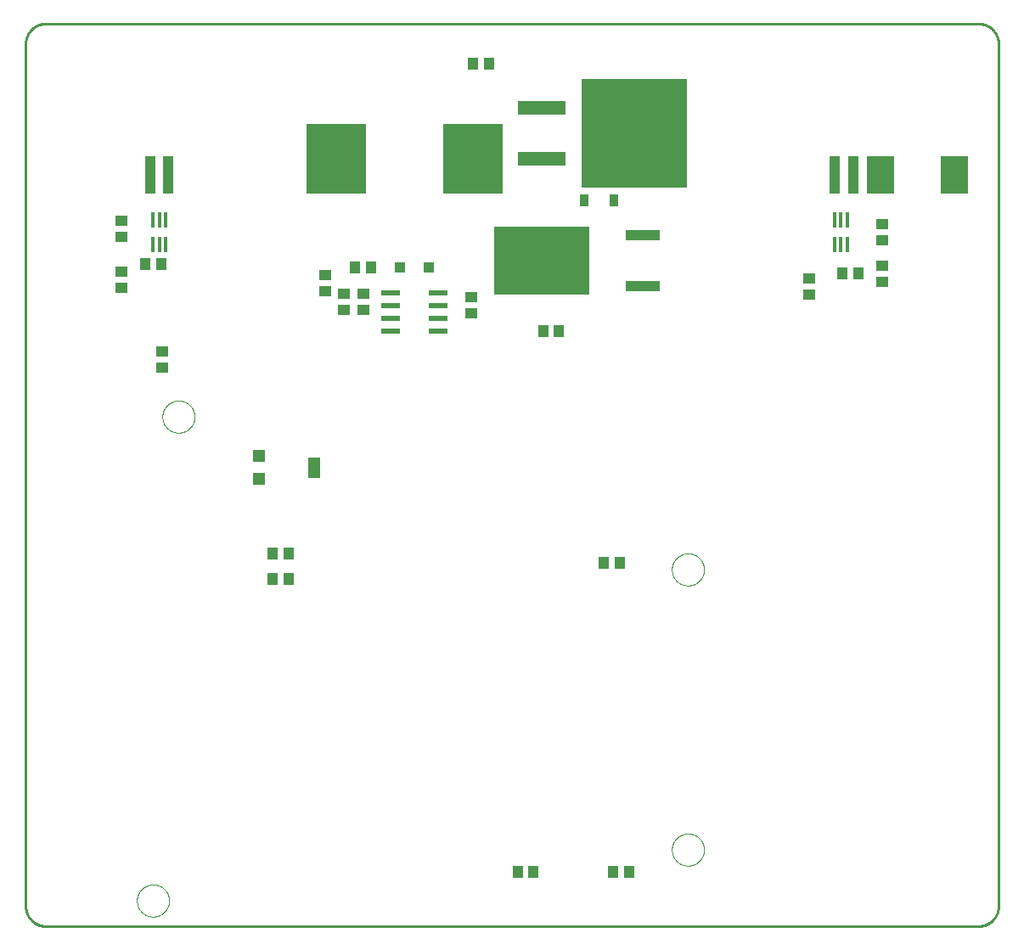
<source format=gtp>
G75*
%MOIN*%
%OFA0B0*%
%FSLAX25Y25*%
%IPPOS*%
%LPD*%
%AMOC8*
5,1,8,0,0,1.08239X$1,22.5*
%
%ADD10C,0.01000*%
%ADD11C,0.00000*%
%ADD12R,0.04331X0.05118*%
%ADD13R,0.05118X0.05118*%
%ADD14R,0.05118X0.07874*%
%ADD15R,0.18504X0.05709*%
%ADD16R,0.41339X0.42913*%
%ADD17R,0.13386X0.03937*%
%ADD18R,0.37795X0.26772*%
%ADD19R,0.03543X0.04724*%
%ADD20R,0.23622X0.27559*%
%ADD21R,0.05118X0.04331*%
%ADD22R,0.03937X0.14567*%
%ADD23R,0.01378X0.05906*%
%ADD24R,0.07800X0.02200*%
%ADD25R,0.04331X0.04331*%
%ADD26R,0.11024X0.14961*%
D10*
X0030095Y0010207D02*
X0030095Y0348790D01*
X0030097Y0348980D01*
X0030104Y0349170D01*
X0030116Y0349360D01*
X0030132Y0349550D01*
X0030152Y0349739D01*
X0030178Y0349928D01*
X0030207Y0350116D01*
X0030242Y0350303D01*
X0030281Y0350489D01*
X0030324Y0350674D01*
X0030372Y0350859D01*
X0030424Y0351042D01*
X0030480Y0351223D01*
X0030541Y0351403D01*
X0030607Y0351582D01*
X0030676Y0351759D01*
X0030750Y0351935D01*
X0030828Y0352108D01*
X0030911Y0352280D01*
X0030997Y0352449D01*
X0031087Y0352617D01*
X0031182Y0352782D01*
X0031280Y0352945D01*
X0031383Y0353105D01*
X0031489Y0353263D01*
X0031599Y0353418D01*
X0031712Y0353571D01*
X0031830Y0353721D01*
X0031951Y0353867D01*
X0032075Y0354011D01*
X0032203Y0354152D01*
X0032334Y0354290D01*
X0032469Y0354425D01*
X0032607Y0354556D01*
X0032748Y0354684D01*
X0032892Y0354808D01*
X0033038Y0354929D01*
X0033188Y0355047D01*
X0033341Y0355160D01*
X0033496Y0355270D01*
X0033654Y0355376D01*
X0033814Y0355479D01*
X0033977Y0355577D01*
X0034142Y0355672D01*
X0034310Y0355762D01*
X0034479Y0355848D01*
X0034651Y0355931D01*
X0034824Y0356009D01*
X0035000Y0356083D01*
X0035177Y0356152D01*
X0035356Y0356218D01*
X0035536Y0356279D01*
X0035717Y0356335D01*
X0035900Y0356387D01*
X0036085Y0356435D01*
X0036270Y0356478D01*
X0036456Y0356517D01*
X0036643Y0356552D01*
X0036831Y0356581D01*
X0037020Y0356607D01*
X0037209Y0356627D01*
X0037399Y0356643D01*
X0037589Y0356655D01*
X0037779Y0356662D01*
X0037969Y0356664D01*
X0404111Y0356664D01*
X0404301Y0356662D01*
X0404491Y0356655D01*
X0404681Y0356643D01*
X0404871Y0356627D01*
X0405060Y0356607D01*
X0405249Y0356581D01*
X0405437Y0356552D01*
X0405624Y0356517D01*
X0405810Y0356478D01*
X0405995Y0356435D01*
X0406180Y0356387D01*
X0406363Y0356335D01*
X0406544Y0356279D01*
X0406724Y0356218D01*
X0406903Y0356152D01*
X0407080Y0356083D01*
X0407256Y0356009D01*
X0407429Y0355931D01*
X0407601Y0355848D01*
X0407770Y0355762D01*
X0407938Y0355672D01*
X0408103Y0355577D01*
X0408266Y0355479D01*
X0408426Y0355376D01*
X0408584Y0355270D01*
X0408739Y0355160D01*
X0408892Y0355047D01*
X0409042Y0354929D01*
X0409188Y0354808D01*
X0409332Y0354684D01*
X0409473Y0354556D01*
X0409611Y0354425D01*
X0409746Y0354290D01*
X0409877Y0354152D01*
X0410005Y0354011D01*
X0410129Y0353867D01*
X0410250Y0353721D01*
X0410368Y0353571D01*
X0410481Y0353418D01*
X0410591Y0353263D01*
X0410697Y0353105D01*
X0410800Y0352945D01*
X0410898Y0352782D01*
X0410993Y0352617D01*
X0411083Y0352449D01*
X0411169Y0352280D01*
X0411252Y0352108D01*
X0411330Y0351935D01*
X0411404Y0351759D01*
X0411473Y0351582D01*
X0411539Y0351403D01*
X0411600Y0351223D01*
X0411656Y0351042D01*
X0411708Y0350859D01*
X0411756Y0350674D01*
X0411799Y0350489D01*
X0411838Y0350303D01*
X0411873Y0350116D01*
X0411902Y0349928D01*
X0411928Y0349739D01*
X0411948Y0349550D01*
X0411964Y0349360D01*
X0411976Y0349170D01*
X0411983Y0348980D01*
X0411985Y0348790D01*
X0411985Y0010207D01*
X0411983Y0010017D01*
X0411976Y0009827D01*
X0411964Y0009637D01*
X0411948Y0009447D01*
X0411928Y0009258D01*
X0411902Y0009069D01*
X0411873Y0008881D01*
X0411838Y0008694D01*
X0411799Y0008508D01*
X0411756Y0008323D01*
X0411708Y0008138D01*
X0411656Y0007955D01*
X0411600Y0007774D01*
X0411539Y0007594D01*
X0411473Y0007415D01*
X0411404Y0007238D01*
X0411330Y0007062D01*
X0411252Y0006889D01*
X0411169Y0006717D01*
X0411083Y0006548D01*
X0410993Y0006380D01*
X0410898Y0006215D01*
X0410800Y0006052D01*
X0410697Y0005892D01*
X0410591Y0005734D01*
X0410481Y0005579D01*
X0410368Y0005426D01*
X0410250Y0005276D01*
X0410129Y0005130D01*
X0410005Y0004986D01*
X0409877Y0004845D01*
X0409746Y0004707D01*
X0409611Y0004572D01*
X0409473Y0004441D01*
X0409332Y0004313D01*
X0409188Y0004189D01*
X0409042Y0004068D01*
X0408892Y0003950D01*
X0408739Y0003837D01*
X0408584Y0003727D01*
X0408426Y0003621D01*
X0408266Y0003518D01*
X0408103Y0003420D01*
X0407938Y0003325D01*
X0407770Y0003235D01*
X0407601Y0003149D01*
X0407429Y0003066D01*
X0407256Y0002988D01*
X0407080Y0002914D01*
X0406903Y0002845D01*
X0406724Y0002779D01*
X0406544Y0002718D01*
X0406363Y0002662D01*
X0406180Y0002610D01*
X0405995Y0002562D01*
X0405810Y0002519D01*
X0405624Y0002480D01*
X0405437Y0002445D01*
X0405249Y0002416D01*
X0405060Y0002390D01*
X0404871Y0002370D01*
X0404681Y0002354D01*
X0404491Y0002342D01*
X0404301Y0002335D01*
X0404111Y0002333D01*
X0286158Y0002333D01*
X0286095Y0002333D01*
X0037969Y0002333D01*
X0037779Y0002335D01*
X0037589Y0002342D01*
X0037399Y0002354D01*
X0037209Y0002370D01*
X0037020Y0002390D01*
X0036831Y0002416D01*
X0036643Y0002445D01*
X0036456Y0002480D01*
X0036270Y0002519D01*
X0036085Y0002562D01*
X0035900Y0002610D01*
X0035717Y0002662D01*
X0035536Y0002718D01*
X0035356Y0002779D01*
X0035177Y0002845D01*
X0035000Y0002914D01*
X0034824Y0002988D01*
X0034651Y0003066D01*
X0034479Y0003149D01*
X0034310Y0003235D01*
X0034142Y0003325D01*
X0033977Y0003420D01*
X0033814Y0003518D01*
X0033654Y0003621D01*
X0033496Y0003727D01*
X0033341Y0003837D01*
X0033188Y0003950D01*
X0033038Y0004068D01*
X0032892Y0004189D01*
X0032748Y0004313D01*
X0032607Y0004441D01*
X0032469Y0004572D01*
X0032334Y0004707D01*
X0032203Y0004845D01*
X0032075Y0004986D01*
X0031951Y0005130D01*
X0031830Y0005276D01*
X0031712Y0005426D01*
X0031599Y0005579D01*
X0031489Y0005734D01*
X0031383Y0005892D01*
X0031280Y0006052D01*
X0031182Y0006215D01*
X0031087Y0006380D01*
X0030997Y0006548D01*
X0030911Y0006717D01*
X0030828Y0006889D01*
X0030750Y0007062D01*
X0030676Y0007238D01*
X0030607Y0007415D01*
X0030541Y0007594D01*
X0030480Y0007774D01*
X0030424Y0007955D01*
X0030372Y0008138D01*
X0030324Y0008323D01*
X0030281Y0008508D01*
X0030242Y0008694D01*
X0030207Y0008881D01*
X0030178Y0009069D01*
X0030152Y0009258D01*
X0030132Y0009447D01*
X0030116Y0009637D01*
X0030104Y0009827D01*
X0030097Y0010017D01*
X0030095Y0010207D01*
X0286095Y0002334D02*
X0286105Y0002341D01*
X0286115Y0002345D01*
X0286127Y0002347D01*
X0286139Y0002345D01*
X0286150Y0002341D01*
X0286159Y0002334D01*
D11*
X0283796Y0032333D02*
X0283798Y0032491D01*
X0283804Y0032649D01*
X0283814Y0032807D01*
X0283828Y0032965D01*
X0283846Y0033122D01*
X0283867Y0033279D01*
X0283893Y0033435D01*
X0283923Y0033591D01*
X0283956Y0033746D01*
X0283994Y0033899D01*
X0284035Y0034052D01*
X0284080Y0034204D01*
X0284129Y0034355D01*
X0284182Y0034504D01*
X0284238Y0034652D01*
X0284298Y0034798D01*
X0284362Y0034943D01*
X0284430Y0035086D01*
X0284501Y0035228D01*
X0284575Y0035368D01*
X0284653Y0035505D01*
X0284735Y0035641D01*
X0284819Y0035775D01*
X0284908Y0035906D01*
X0284999Y0036035D01*
X0285094Y0036162D01*
X0285191Y0036287D01*
X0285292Y0036409D01*
X0285396Y0036528D01*
X0285503Y0036645D01*
X0285613Y0036759D01*
X0285726Y0036870D01*
X0285841Y0036979D01*
X0285959Y0037084D01*
X0286080Y0037186D01*
X0286203Y0037286D01*
X0286329Y0037382D01*
X0286457Y0037475D01*
X0286587Y0037565D01*
X0286720Y0037651D01*
X0286855Y0037735D01*
X0286991Y0037814D01*
X0287130Y0037891D01*
X0287271Y0037963D01*
X0287413Y0038033D01*
X0287557Y0038098D01*
X0287703Y0038160D01*
X0287850Y0038218D01*
X0287999Y0038273D01*
X0288149Y0038324D01*
X0288300Y0038371D01*
X0288452Y0038414D01*
X0288605Y0038453D01*
X0288760Y0038489D01*
X0288915Y0038520D01*
X0289071Y0038548D01*
X0289227Y0038572D01*
X0289384Y0038592D01*
X0289542Y0038608D01*
X0289699Y0038620D01*
X0289858Y0038628D01*
X0290016Y0038632D01*
X0290174Y0038632D01*
X0290332Y0038628D01*
X0290491Y0038620D01*
X0290648Y0038608D01*
X0290806Y0038592D01*
X0290963Y0038572D01*
X0291119Y0038548D01*
X0291275Y0038520D01*
X0291430Y0038489D01*
X0291585Y0038453D01*
X0291738Y0038414D01*
X0291890Y0038371D01*
X0292041Y0038324D01*
X0292191Y0038273D01*
X0292340Y0038218D01*
X0292487Y0038160D01*
X0292633Y0038098D01*
X0292777Y0038033D01*
X0292919Y0037963D01*
X0293060Y0037891D01*
X0293199Y0037814D01*
X0293335Y0037735D01*
X0293470Y0037651D01*
X0293603Y0037565D01*
X0293733Y0037475D01*
X0293861Y0037382D01*
X0293987Y0037286D01*
X0294110Y0037186D01*
X0294231Y0037084D01*
X0294349Y0036979D01*
X0294464Y0036870D01*
X0294577Y0036759D01*
X0294687Y0036645D01*
X0294794Y0036528D01*
X0294898Y0036409D01*
X0294999Y0036287D01*
X0295096Y0036162D01*
X0295191Y0036035D01*
X0295282Y0035906D01*
X0295371Y0035775D01*
X0295455Y0035641D01*
X0295537Y0035505D01*
X0295615Y0035368D01*
X0295689Y0035228D01*
X0295760Y0035086D01*
X0295828Y0034943D01*
X0295892Y0034798D01*
X0295952Y0034652D01*
X0296008Y0034504D01*
X0296061Y0034355D01*
X0296110Y0034204D01*
X0296155Y0034052D01*
X0296196Y0033899D01*
X0296234Y0033746D01*
X0296267Y0033591D01*
X0296297Y0033435D01*
X0296323Y0033279D01*
X0296344Y0033122D01*
X0296362Y0032965D01*
X0296376Y0032807D01*
X0296386Y0032649D01*
X0296392Y0032491D01*
X0296394Y0032333D01*
X0296392Y0032175D01*
X0296386Y0032017D01*
X0296376Y0031859D01*
X0296362Y0031701D01*
X0296344Y0031544D01*
X0296323Y0031387D01*
X0296297Y0031231D01*
X0296267Y0031075D01*
X0296234Y0030920D01*
X0296196Y0030767D01*
X0296155Y0030614D01*
X0296110Y0030462D01*
X0296061Y0030311D01*
X0296008Y0030162D01*
X0295952Y0030014D01*
X0295892Y0029868D01*
X0295828Y0029723D01*
X0295760Y0029580D01*
X0295689Y0029438D01*
X0295615Y0029298D01*
X0295537Y0029161D01*
X0295455Y0029025D01*
X0295371Y0028891D01*
X0295282Y0028760D01*
X0295191Y0028631D01*
X0295096Y0028504D01*
X0294999Y0028379D01*
X0294898Y0028257D01*
X0294794Y0028138D01*
X0294687Y0028021D01*
X0294577Y0027907D01*
X0294464Y0027796D01*
X0294349Y0027687D01*
X0294231Y0027582D01*
X0294110Y0027480D01*
X0293987Y0027380D01*
X0293861Y0027284D01*
X0293733Y0027191D01*
X0293603Y0027101D01*
X0293470Y0027015D01*
X0293335Y0026931D01*
X0293199Y0026852D01*
X0293060Y0026775D01*
X0292919Y0026703D01*
X0292777Y0026633D01*
X0292633Y0026568D01*
X0292487Y0026506D01*
X0292340Y0026448D01*
X0292191Y0026393D01*
X0292041Y0026342D01*
X0291890Y0026295D01*
X0291738Y0026252D01*
X0291585Y0026213D01*
X0291430Y0026177D01*
X0291275Y0026146D01*
X0291119Y0026118D01*
X0290963Y0026094D01*
X0290806Y0026074D01*
X0290648Y0026058D01*
X0290491Y0026046D01*
X0290332Y0026038D01*
X0290174Y0026034D01*
X0290016Y0026034D01*
X0289858Y0026038D01*
X0289699Y0026046D01*
X0289542Y0026058D01*
X0289384Y0026074D01*
X0289227Y0026094D01*
X0289071Y0026118D01*
X0288915Y0026146D01*
X0288760Y0026177D01*
X0288605Y0026213D01*
X0288452Y0026252D01*
X0288300Y0026295D01*
X0288149Y0026342D01*
X0287999Y0026393D01*
X0287850Y0026448D01*
X0287703Y0026506D01*
X0287557Y0026568D01*
X0287413Y0026633D01*
X0287271Y0026703D01*
X0287130Y0026775D01*
X0286991Y0026852D01*
X0286855Y0026931D01*
X0286720Y0027015D01*
X0286587Y0027101D01*
X0286457Y0027191D01*
X0286329Y0027284D01*
X0286203Y0027380D01*
X0286080Y0027480D01*
X0285959Y0027582D01*
X0285841Y0027687D01*
X0285726Y0027796D01*
X0285613Y0027907D01*
X0285503Y0028021D01*
X0285396Y0028138D01*
X0285292Y0028257D01*
X0285191Y0028379D01*
X0285094Y0028504D01*
X0284999Y0028631D01*
X0284908Y0028760D01*
X0284819Y0028891D01*
X0284735Y0029025D01*
X0284653Y0029161D01*
X0284575Y0029298D01*
X0284501Y0029438D01*
X0284430Y0029580D01*
X0284362Y0029723D01*
X0284298Y0029868D01*
X0284238Y0030014D01*
X0284182Y0030162D01*
X0284129Y0030311D01*
X0284080Y0030462D01*
X0284035Y0030614D01*
X0283994Y0030767D01*
X0283956Y0030920D01*
X0283923Y0031075D01*
X0283893Y0031231D01*
X0283867Y0031387D01*
X0283846Y0031544D01*
X0283828Y0031701D01*
X0283814Y0031859D01*
X0283804Y0032017D01*
X0283798Y0032175D01*
X0283796Y0032333D01*
X0283796Y0142333D02*
X0283798Y0142491D01*
X0283804Y0142649D01*
X0283814Y0142807D01*
X0283828Y0142965D01*
X0283846Y0143122D01*
X0283867Y0143279D01*
X0283893Y0143435D01*
X0283923Y0143591D01*
X0283956Y0143746D01*
X0283994Y0143899D01*
X0284035Y0144052D01*
X0284080Y0144204D01*
X0284129Y0144355D01*
X0284182Y0144504D01*
X0284238Y0144652D01*
X0284298Y0144798D01*
X0284362Y0144943D01*
X0284430Y0145086D01*
X0284501Y0145228D01*
X0284575Y0145368D01*
X0284653Y0145505D01*
X0284735Y0145641D01*
X0284819Y0145775D01*
X0284908Y0145906D01*
X0284999Y0146035D01*
X0285094Y0146162D01*
X0285191Y0146287D01*
X0285292Y0146409D01*
X0285396Y0146528D01*
X0285503Y0146645D01*
X0285613Y0146759D01*
X0285726Y0146870D01*
X0285841Y0146979D01*
X0285959Y0147084D01*
X0286080Y0147186D01*
X0286203Y0147286D01*
X0286329Y0147382D01*
X0286457Y0147475D01*
X0286587Y0147565D01*
X0286720Y0147651D01*
X0286855Y0147735D01*
X0286991Y0147814D01*
X0287130Y0147891D01*
X0287271Y0147963D01*
X0287413Y0148033D01*
X0287557Y0148098D01*
X0287703Y0148160D01*
X0287850Y0148218D01*
X0287999Y0148273D01*
X0288149Y0148324D01*
X0288300Y0148371D01*
X0288452Y0148414D01*
X0288605Y0148453D01*
X0288760Y0148489D01*
X0288915Y0148520D01*
X0289071Y0148548D01*
X0289227Y0148572D01*
X0289384Y0148592D01*
X0289542Y0148608D01*
X0289699Y0148620D01*
X0289858Y0148628D01*
X0290016Y0148632D01*
X0290174Y0148632D01*
X0290332Y0148628D01*
X0290491Y0148620D01*
X0290648Y0148608D01*
X0290806Y0148592D01*
X0290963Y0148572D01*
X0291119Y0148548D01*
X0291275Y0148520D01*
X0291430Y0148489D01*
X0291585Y0148453D01*
X0291738Y0148414D01*
X0291890Y0148371D01*
X0292041Y0148324D01*
X0292191Y0148273D01*
X0292340Y0148218D01*
X0292487Y0148160D01*
X0292633Y0148098D01*
X0292777Y0148033D01*
X0292919Y0147963D01*
X0293060Y0147891D01*
X0293199Y0147814D01*
X0293335Y0147735D01*
X0293470Y0147651D01*
X0293603Y0147565D01*
X0293733Y0147475D01*
X0293861Y0147382D01*
X0293987Y0147286D01*
X0294110Y0147186D01*
X0294231Y0147084D01*
X0294349Y0146979D01*
X0294464Y0146870D01*
X0294577Y0146759D01*
X0294687Y0146645D01*
X0294794Y0146528D01*
X0294898Y0146409D01*
X0294999Y0146287D01*
X0295096Y0146162D01*
X0295191Y0146035D01*
X0295282Y0145906D01*
X0295371Y0145775D01*
X0295455Y0145641D01*
X0295537Y0145505D01*
X0295615Y0145368D01*
X0295689Y0145228D01*
X0295760Y0145086D01*
X0295828Y0144943D01*
X0295892Y0144798D01*
X0295952Y0144652D01*
X0296008Y0144504D01*
X0296061Y0144355D01*
X0296110Y0144204D01*
X0296155Y0144052D01*
X0296196Y0143899D01*
X0296234Y0143746D01*
X0296267Y0143591D01*
X0296297Y0143435D01*
X0296323Y0143279D01*
X0296344Y0143122D01*
X0296362Y0142965D01*
X0296376Y0142807D01*
X0296386Y0142649D01*
X0296392Y0142491D01*
X0296394Y0142333D01*
X0296392Y0142175D01*
X0296386Y0142017D01*
X0296376Y0141859D01*
X0296362Y0141701D01*
X0296344Y0141544D01*
X0296323Y0141387D01*
X0296297Y0141231D01*
X0296267Y0141075D01*
X0296234Y0140920D01*
X0296196Y0140767D01*
X0296155Y0140614D01*
X0296110Y0140462D01*
X0296061Y0140311D01*
X0296008Y0140162D01*
X0295952Y0140014D01*
X0295892Y0139868D01*
X0295828Y0139723D01*
X0295760Y0139580D01*
X0295689Y0139438D01*
X0295615Y0139298D01*
X0295537Y0139161D01*
X0295455Y0139025D01*
X0295371Y0138891D01*
X0295282Y0138760D01*
X0295191Y0138631D01*
X0295096Y0138504D01*
X0294999Y0138379D01*
X0294898Y0138257D01*
X0294794Y0138138D01*
X0294687Y0138021D01*
X0294577Y0137907D01*
X0294464Y0137796D01*
X0294349Y0137687D01*
X0294231Y0137582D01*
X0294110Y0137480D01*
X0293987Y0137380D01*
X0293861Y0137284D01*
X0293733Y0137191D01*
X0293603Y0137101D01*
X0293470Y0137015D01*
X0293335Y0136931D01*
X0293199Y0136852D01*
X0293060Y0136775D01*
X0292919Y0136703D01*
X0292777Y0136633D01*
X0292633Y0136568D01*
X0292487Y0136506D01*
X0292340Y0136448D01*
X0292191Y0136393D01*
X0292041Y0136342D01*
X0291890Y0136295D01*
X0291738Y0136252D01*
X0291585Y0136213D01*
X0291430Y0136177D01*
X0291275Y0136146D01*
X0291119Y0136118D01*
X0290963Y0136094D01*
X0290806Y0136074D01*
X0290648Y0136058D01*
X0290491Y0136046D01*
X0290332Y0136038D01*
X0290174Y0136034D01*
X0290016Y0136034D01*
X0289858Y0136038D01*
X0289699Y0136046D01*
X0289542Y0136058D01*
X0289384Y0136074D01*
X0289227Y0136094D01*
X0289071Y0136118D01*
X0288915Y0136146D01*
X0288760Y0136177D01*
X0288605Y0136213D01*
X0288452Y0136252D01*
X0288300Y0136295D01*
X0288149Y0136342D01*
X0287999Y0136393D01*
X0287850Y0136448D01*
X0287703Y0136506D01*
X0287557Y0136568D01*
X0287413Y0136633D01*
X0287271Y0136703D01*
X0287130Y0136775D01*
X0286991Y0136852D01*
X0286855Y0136931D01*
X0286720Y0137015D01*
X0286587Y0137101D01*
X0286457Y0137191D01*
X0286329Y0137284D01*
X0286203Y0137380D01*
X0286080Y0137480D01*
X0285959Y0137582D01*
X0285841Y0137687D01*
X0285726Y0137796D01*
X0285613Y0137907D01*
X0285503Y0138021D01*
X0285396Y0138138D01*
X0285292Y0138257D01*
X0285191Y0138379D01*
X0285094Y0138504D01*
X0284999Y0138631D01*
X0284908Y0138760D01*
X0284819Y0138891D01*
X0284735Y0139025D01*
X0284653Y0139161D01*
X0284575Y0139298D01*
X0284501Y0139438D01*
X0284430Y0139580D01*
X0284362Y0139723D01*
X0284298Y0139868D01*
X0284238Y0140014D01*
X0284182Y0140162D01*
X0284129Y0140311D01*
X0284080Y0140462D01*
X0284035Y0140614D01*
X0283994Y0140767D01*
X0283956Y0140920D01*
X0283923Y0141075D01*
X0283893Y0141231D01*
X0283867Y0141387D01*
X0283846Y0141544D01*
X0283828Y0141701D01*
X0283814Y0141859D01*
X0283804Y0142017D01*
X0283798Y0142175D01*
X0283796Y0142333D01*
X0083796Y0202333D02*
X0083798Y0202491D01*
X0083804Y0202649D01*
X0083814Y0202807D01*
X0083828Y0202965D01*
X0083846Y0203122D01*
X0083867Y0203279D01*
X0083893Y0203435D01*
X0083923Y0203591D01*
X0083956Y0203746D01*
X0083994Y0203899D01*
X0084035Y0204052D01*
X0084080Y0204204D01*
X0084129Y0204355D01*
X0084182Y0204504D01*
X0084238Y0204652D01*
X0084298Y0204798D01*
X0084362Y0204943D01*
X0084430Y0205086D01*
X0084501Y0205228D01*
X0084575Y0205368D01*
X0084653Y0205505D01*
X0084735Y0205641D01*
X0084819Y0205775D01*
X0084908Y0205906D01*
X0084999Y0206035D01*
X0085094Y0206162D01*
X0085191Y0206287D01*
X0085292Y0206409D01*
X0085396Y0206528D01*
X0085503Y0206645D01*
X0085613Y0206759D01*
X0085726Y0206870D01*
X0085841Y0206979D01*
X0085959Y0207084D01*
X0086080Y0207186D01*
X0086203Y0207286D01*
X0086329Y0207382D01*
X0086457Y0207475D01*
X0086587Y0207565D01*
X0086720Y0207651D01*
X0086855Y0207735D01*
X0086991Y0207814D01*
X0087130Y0207891D01*
X0087271Y0207963D01*
X0087413Y0208033D01*
X0087557Y0208098D01*
X0087703Y0208160D01*
X0087850Y0208218D01*
X0087999Y0208273D01*
X0088149Y0208324D01*
X0088300Y0208371D01*
X0088452Y0208414D01*
X0088605Y0208453D01*
X0088760Y0208489D01*
X0088915Y0208520D01*
X0089071Y0208548D01*
X0089227Y0208572D01*
X0089384Y0208592D01*
X0089542Y0208608D01*
X0089699Y0208620D01*
X0089858Y0208628D01*
X0090016Y0208632D01*
X0090174Y0208632D01*
X0090332Y0208628D01*
X0090491Y0208620D01*
X0090648Y0208608D01*
X0090806Y0208592D01*
X0090963Y0208572D01*
X0091119Y0208548D01*
X0091275Y0208520D01*
X0091430Y0208489D01*
X0091585Y0208453D01*
X0091738Y0208414D01*
X0091890Y0208371D01*
X0092041Y0208324D01*
X0092191Y0208273D01*
X0092340Y0208218D01*
X0092487Y0208160D01*
X0092633Y0208098D01*
X0092777Y0208033D01*
X0092919Y0207963D01*
X0093060Y0207891D01*
X0093199Y0207814D01*
X0093335Y0207735D01*
X0093470Y0207651D01*
X0093603Y0207565D01*
X0093733Y0207475D01*
X0093861Y0207382D01*
X0093987Y0207286D01*
X0094110Y0207186D01*
X0094231Y0207084D01*
X0094349Y0206979D01*
X0094464Y0206870D01*
X0094577Y0206759D01*
X0094687Y0206645D01*
X0094794Y0206528D01*
X0094898Y0206409D01*
X0094999Y0206287D01*
X0095096Y0206162D01*
X0095191Y0206035D01*
X0095282Y0205906D01*
X0095371Y0205775D01*
X0095455Y0205641D01*
X0095537Y0205505D01*
X0095615Y0205368D01*
X0095689Y0205228D01*
X0095760Y0205086D01*
X0095828Y0204943D01*
X0095892Y0204798D01*
X0095952Y0204652D01*
X0096008Y0204504D01*
X0096061Y0204355D01*
X0096110Y0204204D01*
X0096155Y0204052D01*
X0096196Y0203899D01*
X0096234Y0203746D01*
X0096267Y0203591D01*
X0096297Y0203435D01*
X0096323Y0203279D01*
X0096344Y0203122D01*
X0096362Y0202965D01*
X0096376Y0202807D01*
X0096386Y0202649D01*
X0096392Y0202491D01*
X0096394Y0202333D01*
X0096392Y0202175D01*
X0096386Y0202017D01*
X0096376Y0201859D01*
X0096362Y0201701D01*
X0096344Y0201544D01*
X0096323Y0201387D01*
X0096297Y0201231D01*
X0096267Y0201075D01*
X0096234Y0200920D01*
X0096196Y0200767D01*
X0096155Y0200614D01*
X0096110Y0200462D01*
X0096061Y0200311D01*
X0096008Y0200162D01*
X0095952Y0200014D01*
X0095892Y0199868D01*
X0095828Y0199723D01*
X0095760Y0199580D01*
X0095689Y0199438D01*
X0095615Y0199298D01*
X0095537Y0199161D01*
X0095455Y0199025D01*
X0095371Y0198891D01*
X0095282Y0198760D01*
X0095191Y0198631D01*
X0095096Y0198504D01*
X0094999Y0198379D01*
X0094898Y0198257D01*
X0094794Y0198138D01*
X0094687Y0198021D01*
X0094577Y0197907D01*
X0094464Y0197796D01*
X0094349Y0197687D01*
X0094231Y0197582D01*
X0094110Y0197480D01*
X0093987Y0197380D01*
X0093861Y0197284D01*
X0093733Y0197191D01*
X0093603Y0197101D01*
X0093470Y0197015D01*
X0093335Y0196931D01*
X0093199Y0196852D01*
X0093060Y0196775D01*
X0092919Y0196703D01*
X0092777Y0196633D01*
X0092633Y0196568D01*
X0092487Y0196506D01*
X0092340Y0196448D01*
X0092191Y0196393D01*
X0092041Y0196342D01*
X0091890Y0196295D01*
X0091738Y0196252D01*
X0091585Y0196213D01*
X0091430Y0196177D01*
X0091275Y0196146D01*
X0091119Y0196118D01*
X0090963Y0196094D01*
X0090806Y0196074D01*
X0090648Y0196058D01*
X0090491Y0196046D01*
X0090332Y0196038D01*
X0090174Y0196034D01*
X0090016Y0196034D01*
X0089858Y0196038D01*
X0089699Y0196046D01*
X0089542Y0196058D01*
X0089384Y0196074D01*
X0089227Y0196094D01*
X0089071Y0196118D01*
X0088915Y0196146D01*
X0088760Y0196177D01*
X0088605Y0196213D01*
X0088452Y0196252D01*
X0088300Y0196295D01*
X0088149Y0196342D01*
X0087999Y0196393D01*
X0087850Y0196448D01*
X0087703Y0196506D01*
X0087557Y0196568D01*
X0087413Y0196633D01*
X0087271Y0196703D01*
X0087130Y0196775D01*
X0086991Y0196852D01*
X0086855Y0196931D01*
X0086720Y0197015D01*
X0086587Y0197101D01*
X0086457Y0197191D01*
X0086329Y0197284D01*
X0086203Y0197380D01*
X0086080Y0197480D01*
X0085959Y0197582D01*
X0085841Y0197687D01*
X0085726Y0197796D01*
X0085613Y0197907D01*
X0085503Y0198021D01*
X0085396Y0198138D01*
X0085292Y0198257D01*
X0085191Y0198379D01*
X0085094Y0198504D01*
X0084999Y0198631D01*
X0084908Y0198760D01*
X0084819Y0198891D01*
X0084735Y0199025D01*
X0084653Y0199161D01*
X0084575Y0199298D01*
X0084501Y0199438D01*
X0084430Y0199580D01*
X0084362Y0199723D01*
X0084298Y0199868D01*
X0084238Y0200014D01*
X0084182Y0200162D01*
X0084129Y0200311D01*
X0084080Y0200462D01*
X0084035Y0200614D01*
X0083994Y0200767D01*
X0083956Y0200920D01*
X0083923Y0201075D01*
X0083893Y0201231D01*
X0083867Y0201387D01*
X0083846Y0201544D01*
X0083828Y0201701D01*
X0083814Y0201859D01*
X0083804Y0202017D01*
X0083798Y0202175D01*
X0083796Y0202333D01*
X0073796Y0012333D02*
X0073798Y0012491D01*
X0073804Y0012649D01*
X0073814Y0012807D01*
X0073828Y0012965D01*
X0073846Y0013122D01*
X0073867Y0013279D01*
X0073893Y0013435D01*
X0073923Y0013591D01*
X0073956Y0013746D01*
X0073994Y0013899D01*
X0074035Y0014052D01*
X0074080Y0014204D01*
X0074129Y0014355D01*
X0074182Y0014504D01*
X0074238Y0014652D01*
X0074298Y0014798D01*
X0074362Y0014943D01*
X0074430Y0015086D01*
X0074501Y0015228D01*
X0074575Y0015368D01*
X0074653Y0015505D01*
X0074735Y0015641D01*
X0074819Y0015775D01*
X0074908Y0015906D01*
X0074999Y0016035D01*
X0075094Y0016162D01*
X0075191Y0016287D01*
X0075292Y0016409D01*
X0075396Y0016528D01*
X0075503Y0016645D01*
X0075613Y0016759D01*
X0075726Y0016870D01*
X0075841Y0016979D01*
X0075959Y0017084D01*
X0076080Y0017186D01*
X0076203Y0017286D01*
X0076329Y0017382D01*
X0076457Y0017475D01*
X0076587Y0017565D01*
X0076720Y0017651D01*
X0076855Y0017735D01*
X0076991Y0017814D01*
X0077130Y0017891D01*
X0077271Y0017963D01*
X0077413Y0018033D01*
X0077557Y0018098D01*
X0077703Y0018160D01*
X0077850Y0018218D01*
X0077999Y0018273D01*
X0078149Y0018324D01*
X0078300Y0018371D01*
X0078452Y0018414D01*
X0078605Y0018453D01*
X0078760Y0018489D01*
X0078915Y0018520D01*
X0079071Y0018548D01*
X0079227Y0018572D01*
X0079384Y0018592D01*
X0079542Y0018608D01*
X0079699Y0018620D01*
X0079858Y0018628D01*
X0080016Y0018632D01*
X0080174Y0018632D01*
X0080332Y0018628D01*
X0080491Y0018620D01*
X0080648Y0018608D01*
X0080806Y0018592D01*
X0080963Y0018572D01*
X0081119Y0018548D01*
X0081275Y0018520D01*
X0081430Y0018489D01*
X0081585Y0018453D01*
X0081738Y0018414D01*
X0081890Y0018371D01*
X0082041Y0018324D01*
X0082191Y0018273D01*
X0082340Y0018218D01*
X0082487Y0018160D01*
X0082633Y0018098D01*
X0082777Y0018033D01*
X0082919Y0017963D01*
X0083060Y0017891D01*
X0083199Y0017814D01*
X0083335Y0017735D01*
X0083470Y0017651D01*
X0083603Y0017565D01*
X0083733Y0017475D01*
X0083861Y0017382D01*
X0083987Y0017286D01*
X0084110Y0017186D01*
X0084231Y0017084D01*
X0084349Y0016979D01*
X0084464Y0016870D01*
X0084577Y0016759D01*
X0084687Y0016645D01*
X0084794Y0016528D01*
X0084898Y0016409D01*
X0084999Y0016287D01*
X0085096Y0016162D01*
X0085191Y0016035D01*
X0085282Y0015906D01*
X0085371Y0015775D01*
X0085455Y0015641D01*
X0085537Y0015505D01*
X0085615Y0015368D01*
X0085689Y0015228D01*
X0085760Y0015086D01*
X0085828Y0014943D01*
X0085892Y0014798D01*
X0085952Y0014652D01*
X0086008Y0014504D01*
X0086061Y0014355D01*
X0086110Y0014204D01*
X0086155Y0014052D01*
X0086196Y0013899D01*
X0086234Y0013746D01*
X0086267Y0013591D01*
X0086297Y0013435D01*
X0086323Y0013279D01*
X0086344Y0013122D01*
X0086362Y0012965D01*
X0086376Y0012807D01*
X0086386Y0012649D01*
X0086392Y0012491D01*
X0086394Y0012333D01*
X0086392Y0012175D01*
X0086386Y0012017D01*
X0086376Y0011859D01*
X0086362Y0011701D01*
X0086344Y0011544D01*
X0086323Y0011387D01*
X0086297Y0011231D01*
X0086267Y0011075D01*
X0086234Y0010920D01*
X0086196Y0010767D01*
X0086155Y0010614D01*
X0086110Y0010462D01*
X0086061Y0010311D01*
X0086008Y0010162D01*
X0085952Y0010014D01*
X0085892Y0009868D01*
X0085828Y0009723D01*
X0085760Y0009580D01*
X0085689Y0009438D01*
X0085615Y0009298D01*
X0085537Y0009161D01*
X0085455Y0009025D01*
X0085371Y0008891D01*
X0085282Y0008760D01*
X0085191Y0008631D01*
X0085096Y0008504D01*
X0084999Y0008379D01*
X0084898Y0008257D01*
X0084794Y0008138D01*
X0084687Y0008021D01*
X0084577Y0007907D01*
X0084464Y0007796D01*
X0084349Y0007687D01*
X0084231Y0007582D01*
X0084110Y0007480D01*
X0083987Y0007380D01*
X0083861Y0007284D01*
X0083733Y0007191D01*
X0083603Y0007101D01*
X0083470Y0007015D01*
X0083335Y0006931D01*
X0083199Y0006852D01*
X0083060Y0006775D01*
X0082919Y0006703D01*
X0082777Y0006633D01*
X0082633Y0006568D01*
X0082487Y0006506D01*
X0082340Y0006448D01*
X0082191Y0006393D01*
X0082041Y0006342D01*
X0081890Y0006295D01*
X0081738Y0006252D01*
X0081585Y0006213D01*
X0081430Y0006177D01*
X0081275Y0006146D01*
X0081119Y0006118D01*
X0080963Y0006094D01*
X0080806Y0006074D01*
X0080648Y0006058D01*
X0080491Y0006046D01*
X0080332Y0006038D01*
X0080174Y0006034D01*
X0080016Y0006034D01*
X0079858Y0006038D01*
X0079699Y0006046D01*
X0079542Y0006058D01*
X0079384Y0006074D01*
X0079227Y0006094D01*
X0079071Y0006118D01*
X0078915Y0006146D01*
X0078760Y0006177D01*
X0078605Y0006213D01*
X0078452Y0006252D01*
X0078300Y0006295D01*
X0078149Y0006342D01*
X0077999Y0006393D01*
X0077850Y0006448D01*
X0077703Y0006506D01*
X0077557Y0006568D01*
X0077413Y0006633D01*
X0077271Y0006703D01*
X0077130Y0006775D01*
X0076991Y0006852D01*
X0076855Y0006931D01*
X0076720Y0007015D01*
X0076587Y0007101D01*
X0076457Y0007191D01*
X0076329Y0007284D01*
X0076203Y0007380D01*
X0076080Y0007480D01*
X0075959Y0007582D01*
X0075841Y0007687D01*
X0075726Y0007796D01*
X0075613Y0007907D01*
X0075503Y0008021D01*
X0075396Y0008138D01*
X0075292Y0008257D01*
X0075191Y0008379D01*
X0075094Y0008504D01*
X0074999Y0008631D01*
X0074908Y0008760D01*
X0074819Y0008891D01*
X0074735Y0009025D01*
X0074653Y0009161D01*
X0074575Y0009298D01*
X0074501Y0009438D01*
X0074430Y0009580D01*
X0074362Y0009723D01*
X0074298Y0009868D01*
X0074238Y0010014D01*
X0074182Y0010162D01*
X0074129Y0010311D01*
X0074080Y0010462D01*
X0074035Y0010614D01*
X0073994Y0010767D01*
X0073956Y0010920D01*
X0073923Y0011075D01*
X0073893Y0011231D01*
X0073867Y0011387D01*
X0073846Y0011544D01*
X0073828Y0011701D01*
X0073814Y0011859D01*
X0073804Y0012017D01*
X0073798Y0012175D01*
X0073796Y0012333D01*
D12*
X0126946Y0138583D03*
X0133245Y0138583D03*
X0133245Y0148583D03*
X0126946Y0148583D03*
X0233196Y0236083D03*
X0239495Y0236083D03*
X0165745Y0261083D03*
X0159446Y0261083D03*
X0083245Y0262333D03*
X0076946Y0262333D03*
X0205696Y0341083D03*
X0211995Y0341083D03*
X0350696Y0258583D03*
X0356995Y0258583D03*
X0263245Y0144833D03*
X0256946Y0144833D03*
X0260696Y0023583D03*
X0266995Y0023583D03*
X0229495Y0023583D03*
X0223196Y0023583D03*
D13*
X0121768Y0177806D03*
X0121768Y0186861D03*
D14*
X0143422Y0182333D03*
D15*
X0232851Y0303583D03*
X0232851Y0323583D03*
D16*
X0268875Y0313583D03*
D17*
X0272329Y0273583D03*
X0272329Y0253583D03*
D18*
X0232566Y0263583D03*
D19*
X0249190Y0287333D03*
X0261001Y0287333D03*
D20*
X0205814Y0303583D03*
X0151877Y0303583D03*
D21*
X0147595Y0257983D03*
X0147595Y0251684D03*
X0155095Y0250483D03*
X0155095Y0244184D03*
X0162595Y0244184D03*
X0162595Y0250483D03*
X0205095Y0249233D03*
X0205095Y0242934D03*
X0083845Y0227983D03*
X0083845Y0221684D03*
X0067595Y0252934D03*
X0067595Y0259233D03*
X0067595Y0272934D03*
X0067595Y0279233D03*
X0337595Y0256733D03*
X0337595Y0250434D03*
X0366345Y0255434D03*
X0366345Y0261733D03*
X0366345Y0271684D03*
X0366345Y0277983D03*
D22*
X0354888Y0297333D03*
X0347802Y0297333D03*
X0086138Y0297333D03*
X0079052Y0297333D03*
D23*
X0080036Y0279558D03*
X0082595Y0279558D03*
X0085154Y0279558D03*
X0085154Y0270109D03*
X0082595Y0270109D03*
X0080036Y0270109D03*
X0347536Y0270109D03*
X0350095Y0270109D03*
X0352654Y0270109D03*
X0352654Y0279558D03*
X0350095Y0279558D03*
X0347536Y0279558D03*
D24*
X0191895Y0251083D03*
X0191895Y0246083D03*
X0191895Y0241083D03*
X0191895Y0236083D03*
X0173295Y0236083D03*
X0173295Y0241083D03*
X0173295Y0246083D03*
X0173295Y0251083D03*
D25*
X0176886Y0261083D03*
X0188304Y0261083D03*
D26*
X0365528Y0297333D03*
X0394662Y0297333D03*
M02*

</source>
